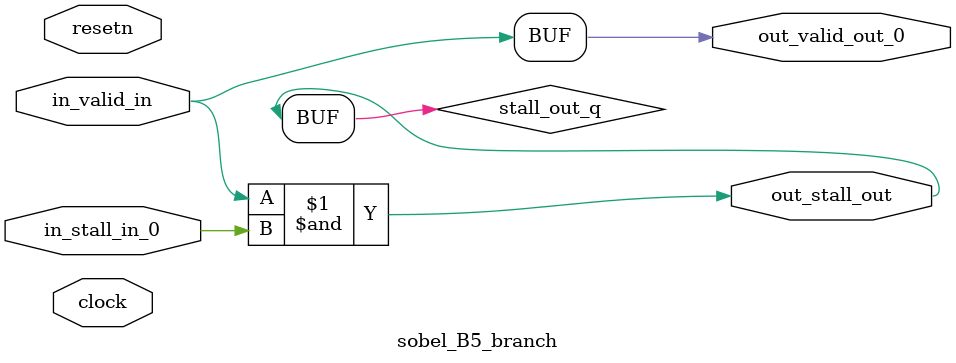
<source format=sv>



(* altera_attribute = "-name AUTO_SHIFT_REGISTER_RECOGNITION OFF; -name MESSAGE_DISABLE 10036; -name MESSAGE_DISABLE 10037; -name MESSAGE_DISABLE 14130; -name MESSAGE_DISABLE 14320; -name MESSAGE_DISABLE 15400; -name MESSAGE_DISABLE 14130; -name MESSAGE_DISABLE 10036; -name MESSAGE_DISABLE 12020; -name MESSAGE_DISABLE 12030; -name MESSAGE_DISABLE 12010; -name MESSAGE_DISABLE 12110; -name MESSAGE_DISABLE 14320; -name MESSAGE_DISABLE 13410; -name MESSAGE_DISABLE 113007; -name MESSAGE_DISABLE 10958" *)
module sobel_B5_branch (
    input wire [0:0] in_stall_in_0,
    input wire [0:0] in_valid_in,
    output wire [0:0] out_stall_out,
    output wire [0:0] out_valid_out_0,
    input wire clock,
    input wire resetn
    );

    wire [0:0] stall_out_q;


    // stall_out(LOGICAL,6)
    assign stall_out_q = in_valid_in & in_stall_in_0;

    // out_stall_out(GPOUT,4)
    assign out_stall_out = stall_out_q;

    // out_valid_out_0(GPOUT,5)
    assign out_valid_out_0 = in_valid_in;

endmodule

</source>
